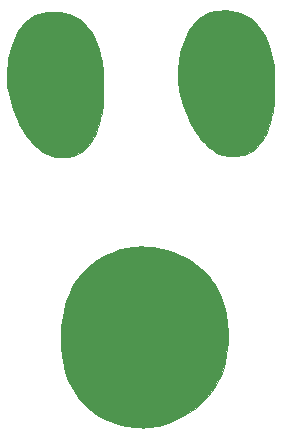
<source format=gbr>
%TF.GenerationSoftware,KiCad,Pcbnew,(5.1.7-0-10_14)*%
%TF.CreationDate,2020-10-21T09:07:25+08:00*%
%TF.ProjectId,HallowBadges,48616c6c-6f77-4426-9164-6765732e6b69,rev?*%
%TF.SameCoordinates,Original*%
%TF.FileFunction,Legend,Top*%
%TF.FilePolarity,Positive*%
%FSLAX46Y46*%
G04 Gerber Fmt 4.6, Leading zero omitted, Abs format (unit mm)*
G04 Created by KiCad (PCBNEW (5.1.7-0-10_14)) date 2020-10-21 09:07:25*
%MOMM*%
%LPD*%
G01*
G04 APERTURE LIST*
%ADD10C,0.010000*%
G04 APERTURE END LIST*
D10*
%TO.C,Ref\u002A\u002A*%
G36*
X133849722Y-83045151D02*
G01*
X134015857Y-83053472D01*
X134064933Y-83057402D01*
X134653899Y-83127815D01*
X135224494Y-83231480D01*
X135775154Y-83367713D01*
X136304315Y-83535827D01*
X136810415Y-83735137D01*
X137291889Y-83964958D01*
X137747175Y-84224604D01*
X138174708Y-84513390D01*
X138572927Y-84830629D01*
X138940267Y-85175637D01*
X138973560Y-85209893D01*
X139307110Y-85583408D01*
X139608124Y-85978711D01*
X139877051Y-86396888D01*
X140114340Y-86839026D01*
X140320442Y-87306212D01*
X140495805Y-87799530D01*
X140640878Y-88320069D01*
X140756110Y-88868913D01*
X140841952Y-89447151D01*
X140880672Y-89821597D01*
X140891674Y-89984873D01*
X140899540Y-90179818D01*
X140904316Y-90397133D01*
X140906050Y-90627519D01*
X140904788Y-90861677D01*
X140900577Y-91090309D01*
X140893465Y-91304115D01*
X140883498Y-91493796D01*
X140871451Y-91642965D01*
X140796841Y-92214687D01*
X140691113Y-92758987D01*
X140553621Y-93277833D01*
X140383717Y-93773192D01*
X140180754Y-94247030D01*
X139944085Y-94701314D01*
X139770579Y-94989072D01*
X139516513Y-95355421D01*
X139226234Y-95715516D01*
X138905861Y-96063134D01*
X138561514Y-96392052D01*
X138199312Y-96696049D01*
X137825375Y-96968900D01*
X137819977Y-96972542D01*
X137363710Y-97257313D01*
X136877657Y-97517708D01*
X136368531Y-97750789D01*
X135843051Y-97953620D01*
X135307931Y-98123264D01*
X135007768Y-98202378D01*
X134717452Y-98268430D01*
X134454280Y-98317116D01*
X134207314Y-98349554D01*
X133965614Y-98366865D01*
X133718241Y-98370169D01*
X133459644Y-98360890D01*
X132929192Y-98314171D01*
X132404271Y-98234469D01*
X131889402Y-98123132D01*
X131389102Y-97981511D01*
X130907892Y-97810954D01*
X130450291Y-97612812D01*
X130020818Y-97388435D01*
X129838174Y-97279412D01*
X129414923Y-96992059D01*
X129022815Y-96676078D01*
X128661948Y-96331625D01*
X128332422Y-95958855D01*
X128034336Y-95557925D01*
X127767790Y-95128990D01*
X127532883Y-94672206D01*
X127329713Y-94187727D01*
X127158382Y-93675710D01*
X127018987Y-93136310D01*
X126940480Y-92742597D01*
X126861619Y-92203363D01*
X126810180Y-91640342D01*
X126786212Y-91062042D01*
X126789763Y-90476969D01*
X126820882Y-89893628D01*
X126879617Y-89320526D01*
X126919365Y-89040419D01*
X127022108Y-88492388D01*
X127156462Y-87961727D01*
X127321290Y-87451395D01*
X127515459Y-86964355D01*
X127737831Y-86503567D01*
X127987272Y-86071991D01*
X128152942Y-85823340D01*
X128324549Y-85594404D01*
X128521610Y-85357372D01*
X128735488Y-85121366D01*
X128957550Y-84895506D01*
X129179163Y-84688915D01*
X129391692Y-84510713D01*
X129406227Y-84499366D01*
X129839545Y-84189637D01*
X130296936Y-83914728D01*
X130778402Y-83674637D01*
X131283944Y-83469364D01*
X131813566Y-83298908D01*
X132367269Y-83163267D01*
X132771727Y-83088625D01*
X132907903Y-83071544D01*
X133075649Y-83058055D01*
X133264335Y-83048415D01*
X133463330Y-83042879D01*
X133662003Y-83041706D01*
X133849722Y-83045151D01*
G37*
X133849722Y-83045151D02*
X134015857Y-83053472D01*
X134064933Y-83057402D01*
X134653899Y-83127815D01*
X135224494Y-83231480D01*
X135775154Y-83367713D01*
X136304315Y-83535827D01*
X136810415Y-83735137D01*
X137291889Y-83964958D01*
X137747175Y-84224604D01*
X138174708Y-84513390D01*
X138572927Y-84830629D01*
X138940267Y-85175637D01*
X138973560Y-85209893D01*
X139307110Y-85583408D01*
X139608124Y-85978711D01*
X139877051Y-86396888D01*
X140114340Y-86839026D01*
X140320442Y-87306212D01*
X140495805Y-87799530D01*
X140640878Y-88320069D01*
X140756110Y-88868913D01*
X140841952Y-89447151D01*
X140880672Y-89821597D01*
X140891674Y-89984873D01*
X140899540Y-90179818D01*
X140904316Y-90397133D01*
X140906050Y-90627519D01*
X140904788Y-90861677D01*
X140900577Y-91090309D01*
X140893465Y-91304115D01*
X140883498Y-91493796D01*
X140871451Y-91642965D01*
X140796841Y-92214687D01*
X140691113Y-92758987D01*
X140553621Y-93277833D01*
X140383717Y-93773192D01*
X140180754Y-94247030D01*
X139944085Y-94701314D01*
X139770579Y-94989072D01*
X139516513Y-95355421D01*
X139226234Y-95715516D01*
X138905861Y-96063134D01*
X138561514Y-96392052D01*
X138199312Y-96696049D01*
X137825375Y-96968900D01*
X137819977Y-96972542D01*
X137363710Y-97257313D01*
X136877657Y-97517708D01*
X136368531Y-97750789D01*
X135843051Y-97953620D01*
X135307931Y-98123264D01*
X135007768Y-98202378D01*
X134717452Y-98268430D01*
X134454280Y-98317116D01*
X134207314Y-98349554D01*
X133965614Y-98366865D01*
X133718241Y-98370169D01*
X133459644Y-98360890D01*
X132929192Y-98314171D01*
X132404271Y-98234469D01*
X131889402Y-98123132D01*
X131389102Y-97981511D01*
X130907892Y-97810954D01*
X130450291Y-97612812D01*
X130020818Y-97388435D01*
X129838174Y-97279412D01*
X129414923Y-96992059D01*
X129022815Y-96676078D01*
X128661948Y-96331625D01*
X128332422Y-95958855D01*
X128034336Y-95557925D01*
X127767790Y-95128990D01*
X127532883Y-94672206D01*
X127329713Y-94187727D01*
X127158382Y-93675710D01*
X127018987Y-93136310D01*
X126940480Y-92742597D01*
X126861619Y-92203363D01*
X126810180Y-91640342D01*
X126786212Y-91062042D01*
X126789763Y-90476969D01*
X126820882Y-89893628D01*
X126879617Y-89320526D01*
X126919365Y-89040419D01*
X127022108Y-88492388D01*
X127156462Y-87961727D01*
X127321290Y-87451395D01*
X127515459Y-86964355D01*
X127737831Y-86503567D01*
X127987272Y-86071991D01*
X128152942Y-85823340D01*
X128324549Y-85594404D01*
X128521610Y-85357372D01*
X128735488Y-85121366D01*
X128957550Y-84895506D01*
X129179163Y-84688915D01*
X129391692Y-84510713D01*
X129406227Y-84499366D01*
X129839545Y-84189637D01*
X130296936Y-83914728D01*
X130778402Y-83674637D01*
X131283944Y-83469364D01*
X131813566Y-83298908D01*
X132367269Y-83163267D01*
X132771727Y-83088625D01*
X132907903Y-83071544D01*
X133075649Y-83058055D01*
X133264335Y-83048415D01*
X133463330Y-83042879D01*
X133662003Y-83041706D01*
X133849722Y-83045151D01*
G36*
X126367419Y-63165275D02*
G01*
X126754696Y-63202308D01*
X127076229Y-63260479D01*
X127449823Y-63364089D01*
X127802697Y-63504371D01*
X128134549Y-63680912D01*
X128445074Y-63893297D01*
X128733968Y-64141114D01*
X129000927Y-64423950D01*
X129245647Y-64741389D01*
X129467825Y-65093020D01*
X129667156Y-65478427D01*
X129843336Y-65897199D01*
X129996062Y-66348920D01*
X130125028Y-66833179D01*
X130229932Y-67349561D01*
X130271423Y-67607180D01*
X130292385Y-67751253D01*
X130310139Y-67881149D01*
X130324951Y-68002027D01*
X130337083Y-68119041D01*
X130346798Y-68237350D01*
X130354361Y-68362109D01*
X130360033Y-68498476D01*
X130364080Y-68651606D01*
X130366764Y-68826657D01*
X130368348Y-69028785D01*
X130369096Y-69263147D01*
X130369272Y-69522764D01*
X130368929Y-69809194D01*
X130367693Y-70058684D01*
X130365222Y-70276622D01*
X130361175Y-70468399D01*
X130355210Y-70639402D01*
X130346986Y-70795022D01*
X130336160Y-70940647D01*
X130322392Y-71081667D01*
X130305340Y-71223471D01*
X130284662Y-71371449D01*
X130260016Y-71530988D01*
X130231061Y-71707479D01*
X130230628Y-71710072D01*
X130134245Y-72205626D01*
X130016459Y-72668869D01*
X129877661Y-73099218D01*
X129718247Y-73496087D01*
X129538608Y-73858891D01*
X129339138Y-74187046D01*
X129120230Y-74479968D01*
X128882277Y-74737070D01*
X128625673Y-74957769D01*
X128350811Y-75141480D01*
X128058084Y-75287617D01*
X127753378Y-75394063D01*
X127501494Y-75450149D01*
X127225629Y-75485888D01*
X126939258Y-75500663D01*
X126655853Y-75493860D01*
X126388887Y-75464862D01*
X126349359Y-75458255D01*
X126003544Y-75376726D01*
X125669516Y-75255717D01*
X125346396Y-75094758D01*
X125033303Y-74893377D01*
X124729357Y-74651105D01*
X124575036Y-74509200D01*
X124342497Y-74272623D01*
X124127260Y-74025879D01*
X123925268Y-73763166D01*
X123732459Y-73478680D01*
X123544775Y-73166616D01*
X123358155Y-72821173D01*
X123265521Y-72637257D01*
X123131104Y-72351174D01*
X122999074Y-72044248D01*
X122871199Y-71722157D01*
X122749250Y-71390582D01*
X122634995Y-71055201D01*
X122530203Y-70721692D01*
X122436645Y-70395736D01*
X122356089Y-70083010D01*
X122290305Y-69789194D01*
X122241062Y-69519967D01*
X122210130Y-69281008D01*
X122206316Y-69237586D01*
X122199689Y-69104667D01*
X122197709Y-68938301D01*
X122200049Y-68747085D01*
X122206381Y-68539610D01*
X122216378Y-68324472D01*
X122229713Y-68110265D01*
X122246060Y-67905583D01*
X122263606Y-67731940D01*
X122338114Y-67196501D01*
X122436115Y-66691761D01*
X122557256Y-66218311D01*
X122701180Y-65776744D01*
X122867532Y-65367652D01*
X123055957Y-64991627D01*
X123266098Y-64649263D01*
X123497602Y-64341150D01*
X123750111Y-64067882D01*
X124023271Y-63830050D01*
X124316727Y-63628247D01*
X124630122Y-63463066D01*
X124887144Y-63360389D01*
X125234183Y-63260704D01*
X125600810Y-63194763D01*
X125980672Y-63162857D01*
X126367419Y-63165275D01*
G37*
X126367419Y-63165275D02*
X126754696Y-63202308D01*
X127076229Y-63260479D01*
X127449823Y-63364089D01*
X127802697Y-63504371D01*
X128134549Y-63680912D01*
X128445074Y-63893297D01*
X128733968Y-64141114D01*
X129000927Y-64423950D01*
X129245647Y-64741389D01*
X129467825Y-65093020D01*
X129667156Y-65478427D01*
X129843336Y-65897199D01*
X129996062Y-66348920D01*
X130125028Y-66833179D01*
X130229932Y-67349561D01*
X130271423Y-67607180D01*
X130292385Y-67751253D01*
X130310139Y-67881149D01*
X130324951Y-68002027D01*
X130337083Y-68119041D01*
X130346798Y-68237350D01*
X130354361Y-68362109D01*
X130360033Y-68498476D01*
X130364080Y-68651606D01*
X130366764Y-68826657D01*
X130368348Y-69028785D01*
X130369096Y-69263147D01*
X130369272Y-69522764D01*
X130368929Y-69809194D01*
X130367693Y-70058684D01*
X130365222Y-70276622D01*
X130361175Y-70468399D01*
X130355210Y-70639402D01*
X130346986Y-70795022D01*
X130336160Y-70940647D01*
X130322392Y-71081667D01*
X130305340Y-71223471D01*
X130284662Y-71371449D01*
X130260016Y-71530988D01*
X130231061Y-71707479D01*
X130230628Y-71710072D01*
X130134245Y-72205626D01*
X130016459Y-72668869D01*
X129877661Y-73099218D01*
X129718247Y-73496087D01*
X129538608Y-73858891D01*
X129339138Y-74187046D01*
X129120230Y-74479968D01*
X128882277Y-74737070D01*
X128625673Y-74957769D01*
X128350811Y-75141480D01*
X128058084Y-75287617D01*
X127753378Y-75394063D01*
X127501494Y-75450149D01*
X127225629Y-75485888D01*
X126939258Y-75500663D01*
X126655853Y-75493860D01*
X126388887Y-75464862D01*
X126349359Y-75458255D01*
X126003544Y-75376726D01*
X125669516Y-75255717D01*
X125346396Y-75094758D01*
X125033303Y-74893377D01*
X124729357Y-74651105D01*
X124575036Y-74509200D01*
X124342497Y-74272623D01*
X124127260Y-74025879D01*
X123925268Y-73763166D01*
X123732459Y-73478680D01*
X123544775Y-73166616D01*
X123358155Y-72821173D01*
X123265521Y-72637257D01*
X123131104Y-72351174D01*
X122999074Y-72044248D01*
X122871199Y-71722157D01*
X122749250Y-71390582D01*
X122634995Y-71055201D01*
X122530203Y-70721692D01*
X122436645Y-70395736D01*
X122356089Y-70083010D01*
X122290305Y-69789194D01*
X122241062Y-69519967D01*
X122210130Y-69281008D01*
X122206316Y-69237586D01*
X122199689Y-69104667D01*
X122197709Y-68938301D01*
X122200049Y-68747085D01*
X122206381Y-68539610D01*
X122216378Y-68324472D01*
X122229713Y-68110265D01*
X122246060Y-67905583D01*
X122263606Y-67731940D01*
X122338114Y-67196501D01*
X122436115Y-66691761D01*
X122557256Y-66218311D01*
X122701180Y-65776744D01*
X122867532Y-65367652D01*
X123055957Y-64991627D01*
X123266098Y-64649263D01*
X123497602Y-64341150D01*
X123750111Y-64067882D01*
X124023271Y-63830050D01*
X124316727Y-63628247D01*
X124630122Y-63463066D01*
X124887144Y-63360389D01*
X125234183Y-63260704D01*
X125600810Y-63194763D01*
X125980672Y-63162857D01*
X126367419Y-63165275D01*
G36*
X140772727Y-63063170D02*
G01*
X141186970Y-63096433D01*
X141577437Y-63164427D01*
X141945139Y-63267568D01*
X142291086Y-63406270D01*
X142616289Y-63580947D01*
X142921759Y-63792013D01*
X143208505Y-64039882D01*
X143246949Y-64077284D01*
X143511738Y-64365779D01*
X143752853Y-64685652D01*
X143970531Y-65037501D01*
X144165009Y-65421923D01*
X144336523Y-65839514D01*
X144485311Y-66290871D01*
X144611609Y-66776591D01*
X144715653Y-67297271D01*
X144797682Y-67853509D01*
X144819537Y-68041097D01*
X144826973Y-68128958D01*
X144833183Y-68246432D01*
X144838208Y-68395567D01*
X144842090Y-68578409D01*
X144844870Y-68797004D01*
X144846589Y-69053400D01*
X144847289Y-69349642D01*
X144847310Y-69416930D01*
X144846981Y-69703201D01*
X144845763Y-69952555D01*
X144843310Y-70170406D01*
X144839277Y-70362166D01*
X144833316Y-70533249D01*
X144825084Y-70689068D01*
X144814233Y-70835036D01*
X144800417Y-70976567D01*
X144783291Y-71119072D01*
X144762509Y-71267967D01*
X144737725Y-71428663D01*
X144708593Y-71606574D01*
X144706641Y-71618264D01*
X144610019Y-72115291D01*
X144491968Y-72579416D01*
X144352827Y-73010122D01*
X144192932Y-73406893D01*
X144012622Y-73769216D01*
X143812234Y-74096573D01*
X143592106Y-74388449D01*
X143352575Y-74644330D01*
X143093979Y-74863699D01*
X142816656Y-75046042D01*
X142520944Y-75190842D01*
X142317894Y-75264947D01*
X142054528Y-75333455D01*
X141769101Y-75380079D01*
X141476907Y-75402851D01*
X141248977Y-75402588D01*
X140889359Y-75367523D01*
X140539155Y-75291476D01*
X140198828Y-75174844D01*
X139868842Y-75018022D01*
X139549663Y-74821405D01*
X139241754Y-74585389D01*
X138945579Y-74310370D01*
X138661603Y-73996742D01*
X138390289Y-73644903D01*
X138132103Y-73255246D01*
X137887507Y-72828168D01*
X137656967Y-72364063D01*
X137640245Y-72327751D01*
X137513381Y-72038226D01*
X137389360Y-71731070D01*
X137269884Y-71411939D01*
X137156654Y-71086490D01*
X137051371Y-70760377D01*
X136955737Y-70439256D01*
X136871452Y-70128785D01*
X136800219Y-69834617D01*
X136743738Y-69562411D01*
X136703710Y-69317820D01*
X136685260Y-69152919D01*
X136674130Y-68935489D01*
X136673414Y-68684791D01*
X136682455Y-68408417D01*
X136700594Y-68113958D01*
X136727176Y-67809005D01*
X136761541Y-67501151D01*
X136803033Y-67197987D01*
X136850993Y-66907105D01*
X136902283Y-66647506D01*
X137022670Y-66162010D01*
X137166066Y-65710770D01*
X137332198Y-65294040D01*
X137520792Y-64912071D01*
X137731577Y-64565117D01*
X137964277Y-64253430D01*
X138218620Y-63977265D01*
X138494334Y-63736873D01*
X138791144Y-63532509D01*
X139108778Y-63364424D01*
X139446962Y-63232872D01*
X139805423Y-63138106D01*
X140183888Y-63080379D01*
X140582084Y-63059944D01*
X140772727Y-63063170D01*
G37*
X140772727Y-63063170D02*
X141186970Y-63096433D01*
X141577437Y-63164427D01*
X141945139Y-63267568D01*
X142291086Y-63406270D01*
X142616289Y-63580947D01*
X142921759Y-63792013D01*
X143208505Y-64039882D01*
X143246949Y-64077284D01*
X143511738Y-64365779D01*
X143752853Y-64685652D01*
X143970531Y-65037501D01*
X144165009Y-65421923D01*
X144336523Y-65839514D01*
X144485311Y-66290871D01*
X144611609Y-66776591D01*
X144715653Y-67297271D01*
X144797682Y-67853509D01*
X144819537Y-68041097D01*
X144826973Y-68128958D01*
X144833183Y-68246432D01*
X144838208Y-68395567D01*
X144842090Y-68578409D01*
X144844870Y-68797004D01*
X144846589Y-69053400D01*
X144847289Y-69349642D01*
X144847310Y-69416930D01*
X144846981Y-69703201D01*
X144845763Y-69952555D01*
X144843310Y-70170406D01*
X144839277Y-70362166D01*
X144833316Y-70533249D01*
X144825084Y-70689068D01*
X144814233Y-70835036D01*
X144800417Y-70976567D01*
X144783291Y-71119072D01*
X144762509Y-71267967D01*
X144737725Y-71428663D01*
X144708593Y-71606574D01*
X144706641Y-71618264D01*
X144610019Y-72115291D01*
X144491968Y-72579416D01*
X144352827Y-73010122D01*
X144192932Y-73406893D01*
X144012622Y-73769216D01*
X143812234Y-74096573D01*
X143592106Y-74388449D01*
X143352575Y-74644330D01*
X143093979Y-74863699D01*
X142816656Y-75046042D01*
X142520944Y-75190842D01*
X142317894Y-75264947D01*
X142054528Y-75333455D01*
X141769101Y-75380079D01*
X141476907Y-75402851D01*
X141248977Y-75402588D01*
X140889359Y-75367523D01*
X140539155Y-75291476D01*
X140198828Y-75174844D01*
X139868842Y-75018022D01*
X139549663Y-74821405D01*
X139241754Y-74585389D01*
X138945579Y-74310370D01*
X138661603Y-73996742D01*
X138390289Y-73644903D01*
X138132103Y-73255246D01*
X137887507Y-72828168D01*
X137656967Y-72364063D01*
X137640245Y-72327751D01*
X137513381Y-72038226D01*
X137389360Y-71731070D01*
X137269884Y-71411939D01*
X137156654Y-71086490D01*
X137051371Y-70760377D01*
X136955737Y-70439256D01*
X136871452Y-70128785D01*
X136800219Y-69834617D01*
X136743738Y-69562411D01*
X136703710Y-69317820D01*
X136685260Y-69152919D01*
X136674130Y-68935489D01*
X136673414Y-68684791D01*
X136682455Y-68408417D01*
X136700594Y-68113958D01*
X136727176Y-67809005D01*
X136761541Y-67501151D01*
X136803033Y-67197987D01*
X136850993Y-66907105D01*
X136902283Y-66647506D01*
X137022670Y-66162010D01*
X137166066Y-65710770D01*
X137332198Y-65294040D01*
X137520792Y-64912071D01*
X137731577Y-64565117D01*
X137964277Y-64253430D01*
X138218620Y-63977265D01*
X138494334Y-63736873D01*
X138791144Y-63532509D01*
X139108778Y-63364424D01*
X139446962Y-63232872D01*
X139805423Y-63138106D01*
X140183888Y-63080379D01*
X140582084Y-63059944D01*
X140772727Y-63063170D01*
%TD*%
M02*

</source>
